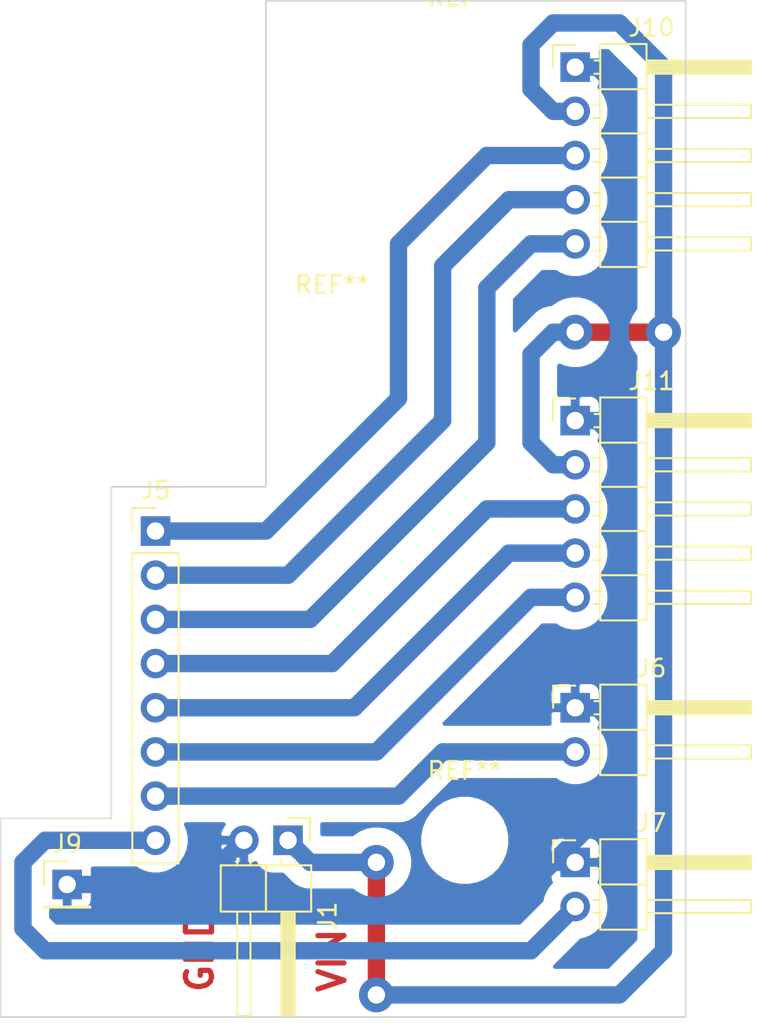
<source format=kicad_pcb>
(kicad_pcb (version 20171130) (host pcbnew "(5.1.6)-1")

  (general
    (thickness 1.6)
    (drawings 10)
    (tracks 76)
    (zones 0)
    (modules 10)
    (nets 11)
  )

  (page A4)
  (layers
    (0 F.Cu jumper)
    (31 B.Cu signal)
    (44 Edge.Cuts user)
    (45 Margin user)
    (46 B.CrtYd user)
    (47 F.CrtYd user)
  )

  (setup
    (last_trace_width 1)
    (user_trace_width 0.5)
    (trace_clearance 0.2)
    (zone_clearance 1)
    (zone_45_only no)
    (trace_min 0.2)
    (via_size 0.8)
    (via_drill 0.4)
    (via_min_size 0.4)
    (via_min_drill 0.3)
    (user_via 2 1)
    (uvia_size 0.3)
    (uvia_drill 0.1)
    (uvias_allowed no)
    (uvia_min_size 0.2)
    (uvia_min_drill 0.1)
    (edge_width 0.05)
    (segment_width 0.2)
    (pcb_text_width 0.3)
    (pcb_text_size 1.5 1.5)
    (mod_edge_width 0.12)
    (mod_text_size 1 1)
    (mod_text_width 0.15)
    (pad_size 1.524 1.524)
    (pad_drill 0.762)
    (pad_to_mask_clearance 0.05)
    (aux_axis_origin 156.21 154.94)
    (visible_elements 7FFFFFFF)
    (pcbplotparams
      (layerselection 0x01000_fffffffe)
      (usegerberextensions false)
      (usegerberattributes true)
      (usegerberadvancedattributes true)
      (creategerberjobfile true)
      (excludeedgelayer true)
      (linewidth 0.100000)
      (plotframeref false)
      (viasonmask false)
      (mode 1)
      (useauxorigin true)
      (hpglpennumber 1)
      (hpglpenspeed 20)
      (hpglpendiameter 15.000000)
      (psnegative false)
      (psa4output false)
      (plotreference true)
      (plotvalue true)
      (plotinvisibletext false)
      (padsonsilk false)
      (subtractmaskfromsilk false)
      (outputformat 1)
      (mirror false)
      (drillshape 0)
      (scaleselection 1)
      (outputdirectory "cam/"))
  )

  (net 0 "")
  (net 1 GND)
  (net 2 +5V)
  (net 3 /PIN_A15)
  (net 4 /PIN_A14)
  (net 5 /PIN_A13)
  (net 6 /PIN_A12)
  (net 7 /PIN_A11)
  (net 8 /PIN_A10)
  (net 9 /PIN_A09)
  (net 10 /PIN_A08)

  (net_class Default "This is the default net class."
    (clearance 0.2)
    (trace_width 1)
    (via_dia 0.8)
    (via_drill 0.4)
    (uvia_dia 0.3)
    (uvia_drill 0.1)
    (add_net +5V)
    (add_net /PIN_A08)
    (add_net /PIN_A09)
    (add_net /PIN_A10)
    (add_net /PIN_A11)
    (add_net /PIN_A12)
    (add_net /PIN_A13)
    (add_net /PIN_A14)
    (add_net /PIN_A15)
    (add_net GND)
  )

  (module MountingHole:MountingHole_3mm (layer F.Cu) (tedit 56D1B4CB) (tstamp 5EE7F1DB)
    (at 175.26 116.84)
    (descr "Mounting Hole 3mm, no annular")
    (tags "mounting hole 3mm no annular")
    (attr virtual)
    (fp_text reference REF** (at 0 -4) (layer F.SilkS)
      (effects (font (size 1 1) (thickness 0.15)))
    )
    (fp_text value MountingHole_3mm (at 0 4) (layer F.Fab)
      (effects (font (size 1 1) (thickness 0.15)))
    )
    (fp_circle (center 0 0) (end 3.25 0) (layer F.CrtYd) (width 0.05))
    (fp_circle (center 0 0) (end 3 0) (layer Cmts.User) (width 0.15))
    (fp_text user %R (at 0.3 0) (layer F.Fab)
      (effects (font (size 1 1) (thickness 0.15)))
    )
    (pad 1 np_thru_hole circle (at 0 0) (size 3 3) (drill 3) (layers *.Cu *.Mask))
  )

  (module MountingHole:MountingHole_3mm (layer F.Cu) (tedit 56D1B4CB) (tstamp 5EE7F1DB)
    (at 182.88 144.78)
    (descr "Mounting Hole 3mm, no annular")
    (tags "mounting hole 3mm no annular")
    (attr virtual)
    (fp_text reference REF** (at 0 -4) (layer F.SilkS)
      (effects (font (size 1 1) (thickness 0.15)))
    )
    (fp_text value MountingHole_3mm (at 0 4) (layer F.Fab)
      (effects (font (size 1 1) (thickness 0.15)))
    )
    (fp_circle (center 0 0) (end 3.25 0) (layer F.CrtYd) (width 0.05))
    (fp_circle (center 0 0) (end 3 0) (layer Cmts.User) (width 0.15))
    (fp_text user %R (at 0.3 0) (layer F.Fab)
      (effects (font (size 1 1) (thickness 0.15)))
    )
    (pad 1 np_thru_hole circle (at 0 0) (size 3 3) (drill 3) (layers *.Cu *.Mask))
  )

  (module MountingHole:MountingHole_3mm (layer F.Cu) (tedit 56D1B4CB) (tstamp 5EE7F1DB)
    (at 182.88 100.33)
    (descr "Mounting Hole 3mm, no annular")
    (tags "mounting hole 3mm no annular")
    (attr virtual)
    (fp_text reference REF** (at 0 -4) (layer F.SilkS)
      (effects (font (size 1 1) (thickness 0.15)))
    )
    (fp_text value MountingHole_3mm (at 0 4) (layer F.Fab)
      (effects (font (size 1 1) (thickness 0.15)))
    )
    (fp_circle (center 0 0) (end 3.25 0) (layer F.CrtYd) (width 0.05))
    (fp_circle (center 0 0) (end 3 0) (layer Cmts.User) (width 0.15))
    (fp_text user %R (at 0.3 0) (layer F.Fab)
      (effects (font (size 1 1) (thickness 0.15)))
    )
    (pad 1 np_thru_hole circle (at 0 0) (size 3 3) (drill 3) (layers *.Cu *.Mask))
  )

  (module Connector_PinHeader_2.54mm:PinHeader_1x05_P2.54mm_Horizontal (layer F.Cu) (tedit 59FED5CB) (tstamp 5EE6B23C)
    (at 189.23 120.65)
    (descr "Through hole angled pin header, 1x05, 2.54mm pitch, 6mm pin length, single row")
    (tags "Through hole angled pin header THT 1x05 2.54mm single row")
    (path /5F0445B9)
    (fp_text reference J11 (at 4.385 -2.27) (layer F.SilkS)
      (effects (font (size 1 1) (thickness 0.15)))
    )
    (fp_text value Conn_01x05_Male (at 4.385 12.43) (layer F.Fab)
      (effects (font (size 1 1) (thickness 0.15)))
    )
    (fp_line (start 2.135 -1.27) (end 4.04 -1.27) (layer F.Fab) (width 0.1))
    (fp_line (start 4.04 -1.27) (end 4.04 11.43) (layer F.Fab) (width 0.1))
    (fp_line (start 4.04 11.43) (end 1.5 11.43) (layer F.Fab) (width 0.1))
    (fp_line (start 1.5 11.43) (end 1.5 -0.635) (layer F.Fab) (width 0.1))
    (fp_line (start 1.5 -0.635) (end 2.135 -1.27) (layer F.Fab) (width 0.1))
    (fp_line (start -0.32 -0.32) (end 1.5 -0.32) (layer F.Fab) (width 0.1))
    (fp_line (start -0.32 -0.32) (end -0.32 0.32) (layer F.Fab) (width 0.1))
    (fp_line (start -0.32 0.32) (end 1.5 0.32) (layer F.Fab) (width 0.1))
    (fp_line (start 4.04 -0.32) (end 10.04 -0.32) (layer F.Fab) (width 0.1))
    (fp_line (start 10.04 -0.32) (end 10.04 0.32) (layer F.Fab) (width 0.1))
    (fp_line (start 4.04 0.32) (end 10.04 0.32) (layer F.Fab) (width 0.1))
    (fp_line (start -0.32 2.22) (end 1.5 2.22) (layer F.Fab) (width 0.1))
    (fp_line (start -0.32 2.22) (end -0.32 2.86) (layer F.Fab) (width 0.1))
    (fp_line (start -0.32 2.86) (end 1.5 2.86) (layer F.Fab) (width 0.1))
    (fp_line (start 4.04 2.22) (end 10.04 2.22) (layer F.Fab) (width 0.1))
    (fp_line (start 10.04 2.22) (end 10.04 2.86) (layer F.Fab) (width 0.1))
    (fp_line (start 4.04 2.86) (end 10.04 2.86) (layer F.Fab) (width 0.1))
    (fp_line (start -0.32 4.76) (end 1.5 4.76) (layer F.Fab) (width 0.1))
    (fp_line (start -0.32 4.76) (end -0.32 5.4) (layer F.Fab) (width 0.1))
    (fp_line (start -0.32 5.4) (end 1.5 5.4) (layer F.Fab) (width 0.1))
    (fp_line (start 4.04 4.76) (end 10.04 4.76) (layer F.Fab) (width 0.1))
    (fp_line (start 10.04 4.76) (end 10.04 5.4) (layer F.Fab) (width 0.1))
    (fp_line (start 4.04 5.4) (end 10.04 5.4) (layer F.Fab) (width 0.1))
    (fp_line (start -0.32 7.3) (end 1.5 7.3) (layer F.Fab) (width 0.1))
    (fp_line (start -0.32 7.3) (end -0.32 7.94) (layer F.Fab) (width 0.1))
    (fp_line (start -0.32 7.94) (end 1.5 7.94) (layer F.Fab) (width 0.1))
    (fp_line (start 4.04 7.3) (end 10.04 7.3) (layer F.Fab) (width 0.1))
    (fp_line (start 10.04 7.3) (end 10.04 7.94) (layer F.Fab) (width 0.1))
    (fp_line (start 4.04 7.94) (end 10.04 7.94) (layer F.Fab) (width 0.1))
    (fp_line (start -0.32 9.84) (end 1.5 9.84) (layer F.Fab) (width 0.1))
    (fp_line (start -0.32 9.84) (end -0.32 10.48) (layer F.Fab) (width 0.1))
    (fp_line (start -0.32 10.48) (end 1.5 10.48) (layer F.Fab) (width 0.1))
    (fp_line (start 4.04 9.84) (end 10.04 9.84) (layer F.Fab) (width 0.1))
    (fp_line (start 10.04 9.84) (end 10.04 10.48) (layer F.Fab) (width 0.1))
    (fp_line (start 4.04 10.48) (end 10.04 10.48) (layer F.Fab) (width 0.1))
    (fp_line (start 1.44 -1.33) (end 1.44 11.49) (layer F.SilkS) (width 0.12))
    (fp_line (start 1.44 11.49) (end 4.1 11.49) (layer F.SilkS) (width 0.12))
    (fp_line (start 4.1 11.49) (end 4.1 -1.33) (layer F.SilkS) (width 0.12))
    (fp_line (start 4.1 -1.33) (end 1.44 -1.33) (layer F.SilkS) (width 0.12))
    (fp_line (start 4.1 -0.38) (end 10.1 -0.38) (layer F.SilkS) (width 0.12))
    (fp_line (start 10.1 -0.38) (end 10.1 0.38) (layer F.SilkS) (width 0.12))
    (fp_line (start 10.1 0.38) (end 4.1 0.38) (layer F.SilkS) (width 0.12))
    (fp_line (start 4.1 -0.32) (end 10.1 -0.32) (layer F.SilkS) (width 0.12))
    (fp_line (start 4.1 -0.2) (end 10.1 -0.2) (layer F.SilkS) (width 0.12))
    (fp_line (start 4.1 -0.08) (end 10.1 -0.08) (layer F.SilkS) (width 0.12))
    (fp_line (start 4.1 0.04) (end 10.1 0.04) (layer F.SilkS) (width 0.12))
    (fp_line (start 4.1 0.16) (end 10.1 0.16) (layer F.SilkS) (width 0.12))
    (fp_line (start 4.1 0.28) (end 10.1 0.28) (layer F.SilkS) (width 0.12))
    (fp_line (start 1.11 -0.38) (end 1.44 -0.38) (layer F.SilkS) (width 0.12))
    (fp_line (start 1.11 0.38) (end 1.44 0.38) (layer F.SilkS) (width 0.12))
    (fp_line (start 1.44 1.27) (end 4.1 1.27) (layer F.SilkS) (width 0.12))
    (fp_line (start 4.1 2.16) (end 10.1 2.16) (layer F.SilkS) (width 0.12))
    (fp_line (start 10.1 2.16) (end 10.1 2.92) (layer F.SilkS) (width 0.12))
    (fp_line (start 10.1 2.92) (end 4.1 2.92) (layer F.SilkS) (width 0.12))
    (fp_line (start 1.042929 2.16) (end 1.44 2.16) (layer F.SilkS) (width 0.12))
    (fp_line (start 1.042929 2.92) (end 1.44 2.92) (layer F.SilkS) (width 0.12))
    (fp_line (start 1.44 3.81) (end 4.1 3.81) (layer F.SilkS) (width 0.12))
    (fp_line (start 4.1 4.7) (end 10.1 4.7) (layer F.SilkS) (width 0.12))
    (fp_line (start 10.1 4.7) (end 10.1 5.46) (layer F.SilkS) (width 0.12))
    (fp_line (start 10.1 5.46) (end 4.1 5.46) (layer F.SilkS) (width 0.12))
    (fp_line (start 1.042929 4.7) (end 1.44 4.7) (layer F.SilkS) (width 0.12))
    (fp_line (start 1.042929 5.46) (end 1.44 5.46) (layer F.SilkS) (width 0.12))
    (fp_line (start 1.44 6.35) (end 4.1 6.35) (layer F.SilkS) (width 0.12))
    (fp_line (start 4.1 7.24) (end 10.1 7.24) (layer F.SilkS) (width 0.12))
    (fp_line (start 10.1 7.24) (end 10.1 8) (layer F.SilkS) (width 0.12))
    (fp_line (start 10.1 8) (end 4.1 8) (layer F.SilkS) (width 0.12))
    (fp_line (start 1.042929 7.24) (end 1.44 7.24) (layer F.SilkS) (width 0.12))
    (fp_line (start 1.042929 8) (end 1.44 8) (layer F.SilkS) (width 0.12))
    (fp_line (start 1.44 8.89) (end 4.1 8.89) (layer F.SilkS) (width 0.12))
    (fp_line (start 4.1 9.78) (end 10.1 9.78) (layer F.SilkS) (width 0.12))
    (fp_line (start 10.1 9.78) (end 10.1 10.54) (layer F.SilkS) (width 0.12))
    (fp_line (start 10.1 10.54) (end 4.1 10.54) (layer F.SilkS) (width 0.12))
    (fp_line (start 1.042929 9.78) (end 1.44 9.78) (layer F.SilkS) (width 0.12))
    (fp_line (start 1.042929 10.54) (end 1.44 10.54) (layer F.SilkS) (width 0.12))
    (fp_line (start -1.27 0) (end -1.27 -1.27) (layer F.SilkS) (width 0.12))
    (fp_line (start -1.27 -1.27) (end 0 -1.27) (layer F.SilkS) (width 0.12))
    (fp_line (start -1.8 -1.8) (end -1.8 11.95) (layer F.CrtYd) (width 0.05))
    (fp_line (start -1.8 11.95) (end 10.55 11.95) (layer F.CrtYd) (width 0.05))
    (fp_line (start 10.55 11.95) (end 10.55 -1.8) (layer F.CrtYd) (width 0.05))
    (fp_line (start 10.55 -1.8) (end -1.8 -1.8) (layer F.CrtYd) (width 0.05))
    (fp_text user %R (at 2.77 5.08 90) (layer F.Fab)
      (effects (font (size 1 1) (thickness 0.15)))
    )
    (pad 5 thru_hole oval (at 0 10.16) (size 1.7 1.7) (drill 1) (layers *.Cu *.Mask)
      (net 5 /PIN_A13))
    (pad 4 thru_hole oval (at 0 7.62) (size 1.7 1.7) (drill 1) (layers *.Cu *.Mask)
      (net 6 /PIN_A12))
    (pad 3 thru_hole oval (at 0 5.08) (size 1.7 1.7) (drill 1) (layers *.Cu *.Mask)
      (net 7 /PIN_A11))
    (pad 2 thru_hole oval (at 0 2.54) (size 1.7 1.7) (drill 1) (layers *.Cu *.Mask)
      (net 2 +5V))
    (pad 1 thru_hole rect (at 0 0) (size 1.7 1.7) (drill 1) (layers *.Cu *.Mask)
      (net 1 GND))
    (model ${KISYS3DMOD}/Connector_PinHeader_2.54mm.3dshapes/PinHeader_1x05_P2.54mm_Horizontal.wrl
      (at (xyz 0 0 0))
      (scale (xyz 1 1 1))
      (rotate (xyz 0 0 0))
    )
  )

  (module Connector_PinHeader_2.54mm:PinHeader_1x05_P2.54mm_Horizontal (layer F.Cu) (tedit 59FED5CB) (tstamp 5EE6B1E2)
    (at 189.23 100.33)
    (descr "Through hole angled pin header, 1x05, 2.54mm pitch, 6mm pin length, single row")
    (tags "Through hole angled pin header THT 1x05 2.54mm single row")
    (path /5EF5FE8F)
    (fp_text reference J10 (at 4.385 -2.27) (layer F.SilkS)
      (effects (font (size 1 1) (thickness 0.15)))
    )
    (fp_text value Conn_01x05_Male (at 4.385 12.43) (layer F.Fab)
      (effects (font (size 1 1) (thickness 0.15)))
    )
    (fp_line (start 2.135 -1.27) (end 4.04 -1.27) (layer F.Fab) (width 0.1))
    (fp_line (start 4.04 -1.27) (end 4.04 11.43) (layer F.Fab) (width 0.1))
    (fp_line (start 4.04 11.43) (end 1.5 11.43) (layer F.Fab) (width 0.1))
    (fp_line (start 1.5 11.43) (end 1.5 -0.635) (layer F.Fab) (width 0.1))
    (fp_line (start 1.5 -0.635) (end 2.135 -1.27) (layer F.Fab) (width 0.1))
    (fp_line (start -0.32 -0.32) (end 1.5 -0.32) (layer F.Fab) (width 0.1))
    (fp_line (start -0.32 -0.32) (end -0.32 0.32) (layer F.Fab) (width 0.1))
    (fp_line (start -0.32 0.32) (end 1.5 0.32) (layer F.Fab) (width 0.1))
    (fp_line (start 4.04 -0.32) (end 10.04 -0.32) (layer F.Fab) (width 0.1))
    (fp_line (start 10.04 -0.32) (end 10.04 0.32) (layer F.Fab) (width 0.1))
    (fp_line (start 4.04 0.32) (end 10.04 0.32) (layer F.Fab) (width 0.1))
    (fp_line (start -0.32 2.22) (end 1.5 2.22) (layer F.Fab) (width 0.1))
    (fp_line (start -0.32 2.22) (end -0.32 2.86) (layer F.Fab) (width 0.1))
    (fp_line (start -0.32 2.86) (end 1.5 2.86) (layer F.Fab) (width 0.1))
    (fp_line (start 4.04 2.22) (end 10.04 2.22) (layer F.Fab) (width 0.1))
    (fp_line (start 10.04 2.22) (end 10.04 2.86) (layer F.Fab) (width 0.1))
    (fp_line (start 4.04 2.86) (end 10.04 2.86) (layer F.Fab) (width 0.1))
    (fp_line (start -0.32 4.76) (end 1.5 4.76) (layer F.Fab) (width 0.1))
    (fp_line (start -0.32 4.76) (end -0.32 5.4) (layer F.Fab) (width 0.1))
    (fp_line (start -0.32 5.4) (end 1.5 5.4) (layer F.Fab) (width 0.1))
    (fp_line (start 4.04 4.76) (end 10.04 4.76) (layer F.Fab) (width 0.1))
    (fp_line (start 10.04 4.76) (end 10.04 5.4) (layer F.Fab) (width 0.1))
    (fp_line (start 4.04 5.4) (end 10.04 5.4) (layer F.Fab) (width 0.1))
    (fp_line (start -0.32 7.3) (end 1.5 7.3) (layer F.Fab) (width 0.1))
    (fp_line (start -0.32 7.3) (end -0.32 7.94) (layer F.Fab) (width 0.1))
    (fp_line (start -0.32 7.94) (end 1.5 7.94) (layer F.Fab) (width 0.1))
    (fp_line (start 4.04 7.3) (end 10.04 7.3) (layer F.Fab) (width 0.1))
    (fp_line (start 10.04 7.3) (end 10.04 7.94) (layer F.Fab) (width 0.1))
    (fp_line (start 4.04 7.94) (end 10.04 7.94) (layer F.Fab) (width 0.1))
    (fp_line (start -0.32 9.84) (end 1.5 9.84) (layer F.Fab) (width 0.1))
    (fp_line (start -0.32 9.84) (end -0.32 10.48) (layer F.Fab) (width 0.1))
    (fp_line (start -0.32 10.48) (end 1.5 10.48) (layer F.Fab) (width 0.1))
    (fp_line (start 4.04 9.84) (end 10.04 9.84) (layer F.Fab) (width 0.1))
    (fp_line (start 10.04 9.84) (end 10.04 10.48) (layer F.Fab) (width 0.1))
    (fp_line (start 4.04 10.48) (end 10.04 10.48) (layer F.Fab) (width 0.1))
    (fp_line (start 1.44 -1.33) (end 1.44 11.49) (layer F.SilkS) (width 0.12))
    (fp_line (start 1.44 11.49) (end 4.1 11.49) (layer F.SilkS) (width 0.12))
    (fp_line (start 4.1 11.49) (end 4.1 -1.33) (layer F.SilkS) (width 0.12))
    (fp_line (start 4.1 -1.33) (end 1.44 -1.33) (layer F.SilkS) (width 0.12))
    (fp_line (start 4.1 -0.38) (end 10.1 -0.38) (layer F.SilkS) (width 0.12))
    (fp_line (start 10.1 -0.38) (end 10.1 0.38) (layer F.SilkS) (width 0.12))
    (fp_line (start 10.1 0.38) (end 4.1 0.38) (layer F.SilkS) (width 0.12))
    (fp_line (start 4.1 -0.32) (end 10.1 -0.32) (layer F.SilkS) (width 0.12))
    (fp_line (start 4.1 -0.2) (end 10.1 -0.2) (layer F.SilkS) (width 0.12))
    (fp_line (start 4.1 -0.08) (end 10.1 -0.08) (layer F.SilkS) (width 0.12))
    (fp_line (start 4.1 0.04) (end 10.1 0.04) (layer F.SilkS) (width 0.12))
    (fp_line (start 4.1 0.16) (end 10.1 0.16) (layer F.SilkS) (width 0.12))
    (fp_line (start 4.1 0.28) (end 10.1 0.28) (layer F.SilkS) (width 0.12))
    (fp_line (start 1.11 -0.38) (end 1.44 -0.38) (layer F.SilkS) (width 0.12))
    (fp_line (start 1.11 0.38) (end 1.44 0.38) (layer F.SilkS) (width 0.12))
    (fp_line (start 1.44 1.27) (end 4.1 1.27) (layer F.SilkS) (width 0.12))
    (fp_line (start 4.1 2.16) (end 10.1 2.16) (layer F.SilkS) (width 0.12))
    (fp_line (start 10.1 2.16) (end 10.1 2.92) (layer F.SilkS) (width 0.12))
    (fp_line (start 10.1 2.92) (end 4.1 2.92) (layer F.SilkS) (width 0.12))
    (fp_line (start 1.042929 2.16) (end 1.44 2.16) (layer F.SilkS) (width 0.12))
    (fp_line (start 1.042929 2.92) (end 1.44 2.92) (layer F.SilkS) (width 0.12))
    (fp_line (start 1.44 3.81) (end 4.1 3.81) (layer F.SilkS) (width 0.12))
    (fp_line (start 4.1 4.7) (end 10.1 4.7) (layer F.SilkS) (width 0.12))
    (fp_line (start 10.1 4.7) (end 10.1 5.46) (layer F.SilkS) (width 0.12))
    (fp_line (start 10.1 5.46) (end 4.1 5.46) (layer F.SilkS) (width 0.12))
    (fp_line (start 1.042929 4.7) (end 1.44 4.7) (layer F.SilkS) (width 0.12))
    (fp_line (start 1.042929 5.46) (end 1.44 5.46) (layer F.SilkS) (width 0.12))
    (fp_line (start 1.44 6.35) (end 4.1 6.35) (layer F.SilkS) (width 0.12))
    (fp_line (start 4.1 7.24) (end 10.1 7.24) (layer F.SilkS) (width 0.12))
    (fp_line (start 10.1 7.24) (end 10.1 8) (layer F.SilkS) (width 0.12))
    (fp_line (start 10.1 8) (end 4.1 8) (layer F.SilkS) (width 0.12))
    (fp_line (start 1.042929 7.24) (end 1.44 7.24) (layer F.SilkS) (width 0.12))
    (fp_line (start 1.042929 8) (end 1.44 8) (layer F.SilkS) (width 0.12))
    (fp_line (start 1.44 8.89) (end 4.1 8.89) (layer F.SilkS) (width 0.12))
    (fp_line (start 4.1 9.78) (end 10.1 9.78) (layer F.SilkS) (width 0.12))
    (fp_line (start 10.1 9.78) (end 10.1 10.54) (layer F.SilkS) (width 0.12))
    (fp_line (start 10.1 10.54) (end 4.1 10.54) (layer F.SilkS) (width 0.12))
    (fp_line (start 1.042929 9.78) (end 1.44 9.78) (layer F.SilkS) (width 0.12))
    (fp_line (start 1.042929 10.54) (end 1.44 10.54) (layer F.SilkS) (width 0.12))
    (fp_line (start -1.27 0) (end -1.27 -1.27) (layer F.SilkS) (width 0.12))
    (fp_line (start -1.27 -1.27) (end 0 -1.27) (layer F.SilkS) (width 0.12))
    (fp_line (start -1.8 -1.8) (end -1.8 11.95) (layer F.CrtYd) (width 0.05))
    (fp_line (start -1.8 11.95) (end 10.55 11.95) (layer F.CrtYd) (width 0.05))
    (fp_line (start 10.55 11.95) (end 10.55 -1.8) (layer F.CrtYd) (width 0.05))
    (fp_line (start 10.55 -1.8) (end -1.8 -1.8) (layer F.CrtYd) (width 0.05))
    (fp_text user %R (at 2.77 5.08 90) (layer F.Fab)
      (effects (font (size 1 1) (thickness 0.15)))
    )
    (pad 5 thru_hole oval (at 0 10.16) (size 1.7 1.7) (drill 1) (layers *.Cu *.Mask)
      (net 8 /PIN_A10))
    (pad 4 thru_hole oval (at 0 7.62) (size 1.7 1.7) (drill 1) (layers *.Cu *.Mask)
      (net 9 /PIN_A09))
    (pad 3 thru_hole oval (at 0 5.08) (size 1.7 1.7) (drill 1) (layers *.Cu *.Mask)
      (net 10 /PIN_A08))
    (pad 2 thru_hole oval (at 0 2.54) (size 1.7 1.7) (drill 1) (layers *.Cu *.Mask)
      (net 2 +5V))
    (pad 1 thru_hole rect (at 0 0) (size 1.7 1.7) (drill 1) (layers *.Cu *.Mask)
      (net 1 GND))
    (model ${KISYS3DMOD}/Connector_PinHeader_2.54mm.3dshapes/PinHeader_1x05_P2.54mm_Horizontal.wrl
      (at (xyz 0 0 0))
      (scale (xyz 1 1 1))
      (rotate (xyz 0 0 0))
    )
  )

  (module Connector_PinHeader_2.54mm:PinHeader_1x01_P2.54mm_Vertical (layer F.Cu) (tedit 59FED5CC) (tstamp 5EE6B188)
    (at 160.02 147.32)
    (descr "Through hole straight pin header, 1x01, 2.54mm pitch, single row")
    (tags "Through hole pin header THT 1x01 2.54mm single row")
    (path /5EE7F666)
    (fp_text reference J9 (at 0 -2.33) (layer F.SilkS)
      (effects (font (size 1 1) (thickness 0.15)))
    )
    (fp_text value Conn_01x01_Male (at 0 2.33) (layer F.Fab)
      (effects (font (size 1 1) (thickness 0.15)))
    )
    (fp_line (start -0.635 -1.27) (end 1.27 -1.27) (layer F.Fab) (width 0.1))
    (fp_line (start 1.27 -1.27) (end 1.27 1.27) (layer F.Fab) (width 0.1))
    (fp_line (start 1.27 1.27) (end -1.27 1.27) (layer F.Fab) (width 0.1))
    (fp_line (start -1.27 1.27) (end -1.27 -0.635) (layer F.Fab) (width 0.1))
    (fp_line (start -1.27 -0.635) (end -0.635 -1.27) (layer F.Fab) (width 0.1))
    (fp_line (start -1.33 1.33) (end 1.33 1.33) (layer F.SilkS) (width 0.12))
    (fp_line (start -1.33 1.27) (end -1.33 1.33) (layer F.SilkS) (width 0.12))
    (fp_line (start 1.33 1.27) (end 1.33 1.33) (layer F.SilkS) (width 0.12))
    (fp_line (start -1.33 1.27) (end 1.33 1.27) (layer F.SilkS) (width 0.12))
    (fp_line (start -1.33 0) (end -1.33 -1.33) (layer F.SilkS) (width 0.12))
    (fp_line (start -1.33 -1.33) (end 0 -1.33) (layer F.SilkS) (width 0.12))
    (fp_line (start -1.8 -1.8) (end -1.8 1.8) (layer F.CrtYd) (width 0.05))
    (fp_line (start -1.8 1.8) (end 1.8 1.8) (layer F.CrtYd) (width 0.05))
    (fp_line (start 1.8 1.8) (end 1.8 -1.8) (layer F.CrtYd) (width 0.05))
    (fp_line (start 1.8 -1.8) (end -1.8 -1.8) (layer F.CrtYd) (width 0.05))
    (fp_text user %R (at 0 0 90) (layer F.Fab)
      (effects (font (size 1 1) (thickness 0.15)))
    )
    (pad 1 thru_hole rect (at 0 0) (size 1.7 1.7) (drill 1) (layers *.Cu *.Mask)
      (net 1 GND))
    (model ${KISYS3DMOD}/Connector_PinHeader_2.54mm.3dshapes/PinHeader_1x01_P2.54mm_Vertical.wrl
      (at (xyz 0 0 0))
      (scale (xyz 1 1 1))
      (rotate (xyz 0 0 0))
    )
  )

  (module Connector_PinHeader_2.54mm:PinHeader_1x02_P2.54mm_Horizontal (layer F.Cu) (tedit 59FED5CB) (tstamp 5EE6B15E)
    (at 189.23 146.05)
    (descr "Through hole angled pin header, 1x02, 2.54mm pitch, 6mm pin length, single row")
    (tags "Through hole angled pin header THT 1x02 2.54mm single row")
    (path /5EFE3E90)
    (fp_text reference J7 (at 4.385 -2.27) (layer F.SilkS)
      (effects (font (size 1 1) (thickness 0.15)))
    )
    (fp_text value Conn_01x02_Male (at 4.385 4.81) (layer F.Fab)
      (effects (font (size 1 1) (thickness 0.15)))
    )
    (fp_line (start 2.135 -1.27) (end 4.04 -1.27) (layer F.Fab) (width 0.1))
    (fp_line (start 4.04 -1.27) (end 4.04 3.81) (layer F.Fab) (width 0.1))
    (fp_line (start 4.04 3.81) (end 1.5 3.81) (layer F.Fab) (width 0.1))
    (fp_line (start 1.5 3.81) (end 1.5 -0.635) (layer F.Fab) (width 0.1))
    (fp_line (start 1.5 -0.635) (end 2.135 -1.27) (layer F.Fab) (width 0.1))
    (fp_line (start -0.32 -0.32) (end 1.5 -0.32) (layer F.Fab) (width 0.1))
    (fp_line (start -0.32 -0.32) (end -0.32 0.32) (layer F.Fab) (width 0.1))
    (fp_line (start -0.32 0.32) (end 1.5 0.32) (layer F.Fab) (width 0.1))
    (fp_line (start 4.04 -0.32) (end 10.04 -0.32) (layer F.Fab) (width 0.1))
    (fp_line (start 10.04 -0.32) (end 10.04 0.32) (layer F.Fab) (width 0.1))
    (fp_line (start 4.04 0.32) (end 10.04 0.32) (layer F.Fab) (width 0.1))
    (fp_line (start -0.32 2.22) (end 1.5 2.22) (layer F.Fab) (width 0.1))
    (fp_line (start -0.32 2.22) (end -0.32 2.86) (layer F.Fab) (width 0.1))
    (fp_line (start -0.32 2.86) (end 1.5 2.86) (layer F.Fab) (width 0.1))
    (fp_line (start 4.04 2.22) (end 10.04 2.22) (layer F.Fab) (width 0.1))
    (fp_line (start 10.04 2.22) (end 10.04 2.86) (layer F.Fab) (width 0.1))
    (fp_line (start 4.04 2.86) (end 10.04 2.86) (layer F.Fab) (width 0.1))
    (fp_line (start 1.44 -1.33) (end 1.44 3.87) (layer F.SilkS) (width 0.12))
    (fp_line (start 1.44 3.87) (end 4.1 3.87) (layer F.SilkS) (width 0.12))
    (fp_line (start 4.1 3.87) (end 4.1 -1.33) (layer F.SilkS) (width 0.12))
    (fp_line (start 4.1 -1.33) (end 1.44 -1.33) (layer F.SilkS) (width 0.12))
    (fp_line (start 4.1 -0.38) (end 10.1 -0.38) (layer F.SilkS) (width 0.12))
    (fp_line (start 10.1 -0.38) (end 10.1 0.38) (layer F.SilkS) (width 0.12))
    (fp_line (start 10.1 0.38) (end 4.1 0.38) (layer F.SilkS) (width 0.12))
    (fp_line (start 4.1 -0.32) (end 10.1 -0.32) (layer F.SilkS) (width 0.12))
    (fp_line (start 4.1 -0.2) (end 10.1 -0.2) (layer F.SilkS) (width 0.12))
    (fp_line (start 4.1 -0.08) (end 10.1 -0.08) (layer F.SilkS) (width 0.12))
    (fp_line (start 4.1 0.04) (end 10.1 0.04) (layer F.SilkS) (width 0.12))
    (fp_line (start 4.1 0.16) (end 10.1 0.16) (layer F.SilkS) (width 0.12))
    (fp_line (start 4.1 0.28) (end 10.1 0.28) (layer F.SilkS) (width 0.12))
    (fp_line (start 1.11 -0.38) (end 1.44 -0.38) (layer F.SilkS) (width 0.12))
    (fp_line (start 1.11 0.38) (end 1.44 0.38) (layer F.SilkS) (width 0.12))
    (fp_line (start 1.44 1.27) (end 4.1 1.27) (layer F.SilkS) (width 0.12))
    (fp_line (start 4.1 2.16) (end 10.1 2.16) (layer F.SilkS) (width 0.12))
    (fp_line (start 10.1 2.16) (end 10.1 2.92) (layer F.SilkS) (width 0.12))
    (fp_line (start 10.1 2.92) (end 4.1 2.92) (layer F.SilkS) (width 0.12))
    (fp_line (start 1.042929 2.16) (end 1.44 2.16) (layer F.SilkS) (width 0.12))
    (fp_line (start 1.042929 2.92) (end 1.44 2.92) (layer F.SilkS) (width 0.12))
    (fp_line (start -1.27 0) (end -1.27 -1.27) (layer F.SilkS) (width 0.12))
    (fp_line (start -1.27 -1.27) (end 0 -1.27) (layer F.SilkS) (width 0.12))
    (fp_line (start -1.8 -1.8) (end -1.8 4.35) (layer F.CrtYd) (width 0.05))
    (fp_line (start -1.8 4.35) (end 10.55 4.35) (layer F.CrtYd) (width 0.05))
    (fp_line (start 10.55 4.35) (end 10.55 -1.8) (layer F.CrtYd) (width 0.05))
    (fp_line (start 10.55 -1.8) (end -1.8 -1.8) (layer F.CrtYd) (width 0.05))
    (fp_text user %R (at 2.77 1.27 90) (layer F.Fab)
      (effects (font (size 1 1) (thickness 0.15)))
    )
    (pad 2 thru_hole oval (at 0 2.54) (size 1.7 1.7) (drill 1) (layers *.Cu *.Mask)
      (net 3 /PIN_A15))
    (pad 1 thru_hole rect (at 0 0) (size 1.7 1.7) (drill 1) (layers *.Cu *.Mask)
      (net 1 GND))
    (model ${KISYS3DMOD}/Connector_PinHeader_2.54mm.3dshapes/PinHeader_1x02_P2.54mm_Horizontal.wrl
      (at (xyz 0 0 0))
      (scale (xyz 1 1 1))
      (rotate (xyz 0 0 0))
    )
  )

  (module Connector_PinHeader_2.54mm:PinHeader_1x02_P2.54mm_Horizontal (layer F.Cu) (tedit 59FED5CB) (tstamp 5EE6B12B)
    (at 189.23 137.16)
    (descr "Through hole angled pin header, 1x02, 2.54mm pitch, 6mm pin length, single row")
    (tags "Through hole angled pin header THT 1x02 2.54mm single row")
    (path /5EFE6EBA)
    (fp_text reference J6 (at 4.385 -2.27) (layer F.SilkS)
      (effects (font (size 1 1) (thickness 0.15)))
    )
    (fp_text value Conn_01x02_Male (at 4.385 4.81) (layer F.Fab)
      (effects (font (size 1 1) (thickness 0.15)))
    )
    (fp_line (start 2.135 -1.27) (end 4.04 -1.27) (layer F.Fab) (width 0.1))
    (fp_line (start 4.04 -1.27) (end 4.04 3.81) (layer F.Fab) (width 0.1))
    (fp_line (start 4.04 3.81) (end 1.5 3.81) (layer F.Fab) (width 0.1))
    (fp_line (start 1.5 3.81) (end 1.5 -0.635) (layer F.Fab) (width 0.1))
    (fp_line (start 1.5 -0.635) (end 2.135 -1.27) (layer F.Fab) (width 0.1))
    (fp_line (start -0.32 -0.32) (end 1.5 -0.32) (layer F.Fab) (width 0.1))
    (fp_line (start -0.32 -0.32) (end -0.32 0.32) (layer F.Fab) (width 0.1))
    (fp_line (start -0.32 0.32) (end 1.5 0.32) (layer F.Fab) (width 0.1))
    (fp_line (start 4.04 -0.32) (end 10.04 -0.32) (layer F.Fab) (width 0.1))
    (fp_line (start 10.04 -0.32) (end 10.04 0.32) (layer F.Fab) (width 0.1))
    (fp_line (start 4.04 0.32) (end 10.04 0.32) (layer F.Fab) (width 0.1))
    (fp_line (start -0.32 2.22) (end 1.5 2.22) (layer F.Fab) (width 0.1))
    (fp_line (start -0.32 2.22) (end -0.32 2.86) (layer F.Fab) (width 0.1))
    (fp_line (start -0.32 2.86) (end 1.5 2.86) (layer F.Fab) (width 0.1))
    (fp_line (start 4.04 2.22) (end 10.04 2.22) (layer F.Fab) (width 0.1))
    (fp_line (start 10.04 2.22) (end 10.04 2.86) (layer F.Fab) (width 0.1))
    (fp_line (start 4.04 2.86) (end 10.04 2.86) (layer F.Fab) (width 0.1))
    (fp_line (start 1.44 -1.33) (end 1.44 3.87) (layer F.SilkS) (width 0.12))
    (fp_line (start 1.44 3.87) (end 4.1 3.87) (layer F.SilkS) (width 0.12))
    (fp_line (start 4.1 3.87) (end 4.1 -1.33) (layer F.SilkS) (width 0.12))
    (fp_line (start 4.1 -1.33) (end 1.44 -1.33) (layer F.SilkS) (width 0.12))
    (fp_line (start 4.1 -0.38) (end 10.1 -0.38) (layer F.SilkS) (width 0.12))
    (fp_line (start 10.1 -0.38) (end 10.1 0.38) (layer F.SilkS) (width 0.12))
    (fp_line (start 10.1 0.38) (end 4.1 0.38) (layer F.SilkS) (width 0.12))
    (fp_line (start 4.1 -0.32) (end 10.1 -0.32) (layer F.SilkS) (width 0.12))
    (fp_line (start 4.1 -0.2) (end 10.1 -0.2) (layer F.SilkS) (width 0.12))
    (fp_line (start 4.1 -0.08) (end 10.1 -0.08) (layer F.SilkS) (width 0.12))
    (fp_line (start 4.1 0.04) (end 10.1 0.04) (layer F.SilkS) (width 0.12))
    (fp_line (start 4.1 0.16) (end 10.1 0.16) (layer F.SilkS) (width 0.12))
    (fp_line (start 4.1 0.28) (end 10.1 0.28) (layer F.SilkS) (width 0.12))
    (fp_line (start 1.11 -0.38) (end 1.44 -0.38) (layer F.SilkS) (width 0.12))
    (fp_line (start 1.11 0.38) (end 1.44 0.38) (layer F.SilkS) (width 0.12))
    (fp_line (start 1.44 1.27) (end 4.1 1.27) (layer F.SilkS) (width 0.12))
    (fp_line (start 4.1 2.16) (end 10.1 2.16) (layer F.SilkS) (width 0.12))
    (fp_line (start 10.1 2.16) (end 10.1 2.92) (layer F.SilkS) (width 0.12))
    (fp_line (start 10.1 2.92) (end 4.1 2.92) (layer F.SilkS) (width 0.12))
    (fp_line (start 1.042929 2.16) (end 1.44 2.16) (layer F.SilkS) (width 0.12))
    (fp_line (start 1.042929 2.92) (end 1.44 2.92) (layer F.SilkS) (width 0.12))
    (fp_line (start -1.27 0) (end -1.27 -1.27) (layer F.SilkS) (width 0.12))
    (fp_line (start -1.27 -1.27) (end 0 -1.27) (layer F.SilkS) (width 0.12))
    (fp_line (start -1.8 -1.8) (end -1.8 4.35) (layer F.CrtYd) (width 0.05))
    (fp_line (start -1.8 4.35) (end 10.55 4.35) (layer F.CrtYd) (width 0.05))
    (fp_line (start 10.55 4.35) (end 10.55 -1.8) (layer F.CrtYd) (width 0.05))
    (fp_line (start 10.55 -1.8) (end -1.8 -1.8) (layer F.CrtYd) (width 0.05))
    (fp_text user %R (at 2.77 1.27 90) (layer F.Fab)
      (effects (font (size 1 1) (thickness 0.15)))
    )
    (pad 2 thru_hole oval (at 0 2.54) (size 1.7 1.7) (drill 1) (layers *.Cu *.Mask)
      (net 4 /PIN_A14))
    (pad 1 thru_hole rect (at 0 0) (size 1.7 1.7) (drill 1) (layers *.Cu *.Mask)
      (net 1 GND))
    (model ${KISYS3DMOD}/Connector_PinHeader_2.54mm.3dshapes/PinHeader_1x02_P2.54mm_Horizontal.wrl
      (at (xyz 0 0 0))
      (scale (xyz 1 1 1))
      (rotate (xyz 0 0 0))
    )
  )

  (module Connector_PinHeader_2.54mm:PinHeader_1x08_P2.54mm_Vertical (layer F.Cu) (tedit 59FED5CC) (tstamp 5EE6B0F8)
    (at 165.1 127)
    (descr "Through hole straight pin header, 1x08, 2.54mm pitch, single row")
    (tags "Through hole pin header THT 1x08 2.54mm single row")
    (path /5EDF162C)
    (fp_text reference J5 (at 0 -2.33) (layer F.SilkS)
      (effects (font (size 1 1) (thickness 0.15)))
    )
    (fp_text value Conn_01x08_Male (at 0 20.11) (layer F.Fab)
      (effects (font (size 1 1) (thickness 0.15)))
    )
    (fp_line (start -0.635 -1.27) (end 1.27 -1.27) (layer F.Fab) (width 0.1))
    (fp_line (start 1.27 -1.27) (end 1.27 19.05) (layer F.Fab) (width 0.1))
    (fp_line (start 1.27 19.05) (end -1.27 19.05) (layer F.Fab) (width 0.1))
    (fp_line (start -1.27 19.05) (end -1.27 -0.635) (layer F.Fab) (width 0.1))
    (fp_line (start -1.27 -0.635) (end -0.635 -1.27) (layer F.Fab) (width 0.1))
    (fp_line (start -1.33 19.11) (end 1.33 19.11) (layer F.SilkS) (width 0.12))
    (fp_line (start -1.33 1.27) (end -1.33 19.11) (layer F.SilkS) (width 0.12))
    (fp_line (start 1.33 1.27) (end 1.33 19.11) (layer F.SilkS) (width 0.12))
    (fp_line (start -1.33 1.27) (end 1.33 1.27) (layer F.SilkS) (width 0.12))
    (fp_line (start -1.33 0) (end -1.33 -1.33) (layer F.SilkS) (width 0.12))
    (fp_line (start -1.33 -1.33) (end 0 -1.33) (layer F.SilkS) (width 0.12))
    (fp_line (start -1.8 -1.8) (end -1.8 19.55) (layer F.CrtYd) (width 0.05))
    (fp_line (start -1.8 19.55) (end 1.8 19.55) (layer F.CrtYd) (width 0.05))
    (fp_line (start 1.8 19.55) (end 1.8 -1.8) (layer F.CrtYd) (width 0.05))
    (fp_line (start 1.8 -1.8) (end -1.8 -1.8) (layer F.CrtYd) (width 0.05))
    (fp_text user %R (at 0 8.89 90) (layer F.Fab)
      (effects (font (size 1 1) (thickness 0.15)))
    )
    (pad 8 thru_hole oval (at 0 17.78) (size 1.7 1.7) (drill 1) (layers *.Cu *.Mask)
      (net 3 /PIN_A15))
    (pad 7 thru_hole oval (at 0 15.24) (size 1.7 1.7) (drill 1) (layers *.Cu *.Mask)
      (net 4 /PIN_A14))
    (pad 6 thru_hole oval (at 0 12.7) (size 1.7 1.7) (drill 1) (layers *.Cu *.Mask)
      (net 5 /PIN_A13))
    (pad 5 thru_hole oval (at 0 10.16) (size 1.7 1.7) (drill 1) (layers *.Cu *.Mask)
      (net 6 /PIN_A12))
    (pad 4 thru_hole oval (at 0 7.62) (size 1.7 1.7) (drill 1) (layers *.Cu *.Mask)
      (net 7 /PIN_A11))
    (pad 3 thru_hole oval (at 0 5.08) (size 1.7 1.7) (drill 1) (layers *.Cu *.Mask)
      (net 8 /PIN_A10))
    (pad 2 thru_hole oval (at 0 2.54) (size 1.7 1.7) (drill 1) (layers *.Cu *.Mask)
      (net 9 /PIN_A09))
    (pad 1 thru_hole rect (at 0 0) (size 1.7 1.7) (drill 1) (layers *.Cu *.Mask)
      (net 10 /PIN_A08))
    (model ${KISYS3DMOD}/Connector_PinHeader_2.54mm.3dshapes/PinHeader_1x08_P2.54mm_Vertical.wrl
      (at (xyz 0 0 0))
      (scale (xyz 1 1 1))
      (rotate (xyz 0 0 0))
    )
  )

  (module Connector_PinHeader_2.54mm:PinHeader_1x02_P2.54mm_Horizontal (layer F.Cu) (tedit 59FED5CB) (tstamp 5FE78ACE)
    (at 172.72 144.78 270)
    (descr "Through hole angled pin header, 1x02, 2.54mm pitch, 6mm pin length, single row")
    (tags "Through hole angled pin header THT 1x02 2.54mm single row")
    (path /5FEB5288)
    (fp_text reference J1 (at 4.385 -2.27 90) (layer F.SilkS)
      (effects (font (size 1 1) (thickness 0.15)))
    )
    (fp_text value Conn_01x02_Male (at 4.385 4.81 90) (layer F.Fab)
      (effects (font (size 1 1) (thickness 0.15)))
    )
    (fp_line (start 2.135 -1.27) (end 4.04 -1.27) (layer F.Fab) (width 0.1))
    (fp_line (start 4.04 -1.27) (end 4.04 3.81) (layer F.Fab) (width 0.1))
    (fp_line (start 4.04 3.81) (end 1.5 3.81) (layer F.Fab) (width 0.1))
    (fp_line (start 1.5 3.81) (end 1.5 -0.635) (layer F.Fab) (width 0.1))
    (fp_line (start 1.5 -0.635) (end 2.135 -1.27) (layer F.Fab) (width 0.1))
    (fp_line (start -0.32 -0.32) (end 1.5 -0.32) (layer F.Fab) (width 0.1))
    (fp_line (start -0.32 -0.32) (end -0.32 0.32) (layer F.Fab) (width 0.1))
    (fp_line (start -0.32 0.32) (end 1.5 0.32) (layer F.Fab) (width 0.1))
    (fp_line (start 4.04 -0.32) (end 10.04 -0.32) (layer F.Fab) (width 0.1))
    (fp_line (start 10.04 -0.32) (end 10.04 0.32) (layer F.Fab) (width 0.1))
    (fp_line (start 4.04 0.32) (end 10.04 0.32) (layer F.Fab) (width 0.1))
    (fp_line (start -0.32 2.22) (end 1.5 2.22) (layer F.Fab) (width 0.1))
    (fp_line (start -0.32 2.22) (end -0.32 2.86) (layer F.Fab) (width 0.1))
    (fp_line (start -0.32 2.86) (end 1.5 2.86) (layer F.Fab) (width 0.1))
    (fp_line (start 4.04 2.22) (end 10.04 2.22) (layer F.Fab) (width 0.1))
    (fp_line (start 10.04 2.22) (end 10.04 2.86) (layer F.Fab) (width 0.1))
    (fp_line (start 4.04 2.86) (end 10.04 2.86) (layer F.Fab) (width 0.1))
    (fp_line (start 1.44 -1.33) (end 1.44 3.87) (layer F.SilkS) (width 0.12))
    (fp_line (start 1.44 3.87) (end 4.1 3.87) (layer F.SilkS) (width 0.12))
    (fp_line (start 4.1 3.87) (end 4.1 -1.33) (layer F.SilkS) (width 0.12))
    (fp_line (start 4.1 -1.33) (end 1.44 -1.33) (layer F.SilkS) (width 0.12))
    (fp_line (start 4.1 -0.38) (end 10.1 -0.38) (layer F.SilkS) (width 0.12))
    (fp_line (start 10.1 -0.38) (end 10.1 0.38) (layer F.SilkS) (width 0.12))
    (fp_line (start 10.1 0.38) (end 4.1 0.38) (layer F.SilkS) (width 0.12))
    (fp_line (start 4.1 -0.32) (end 10.1 -0.32) (layer F.SilkS) (width 0.12))
    (fp_line (start 4.1 -0.2) (end 10.1 -0.2) (layer F.SilkS) (width 0.12))
    (fp_line (start 4.1 -0.08) (end 10.1 -0.08) (layer F.SilkS) (width 0.12))
    (fp_line (start 4.1 0.04) (end 10.1 0.04) (layer F.SilkS) (width 0.12))
    (fp_line (start 4.1 0.16) (end 10.1 0.16) (layer F.SilkS) (width 0.12))
    (fp_line (start 4.1 0.28) (end 10.1 0.28) (layer F.SilkS) (width 0.12))
    (fp_line (start 1.11 -0.38) (end 1.44 -0.38) (layer F.SilkS) (width 0.12))
    (fp_line (start 1.11 0.38) (end 1.44 0.38) (layer F.SilkS) (width 0.12))
    (fp_line (start 1.44 1.27) (end 4.1 1.27) (layer F.SilkS) (width 0.12))
    (fp_line (start 4.1 2.16) (end 10.1 2.16) (layer F.SilkS) (width 0.12))
    (fp_line (start 10.1 2.16) (end 10.1 2.92) (layer F.SilkS) (width 0.12))
    (fp_line (start 10.1 2.92) (end 4.1 2.92) (layer F.SilkS) (width 0.12))
    (fp_line (start 1.042929 2.16) (end 1.44 2.16) (layer F.SilkS) (width 0.12))
    (fp_line (start 1.042929 2.92) (end 1.44 2.92) (layer F.SilkS) (width 0.12))
    (fp_line (start -1.27 0) (end -1.27 -1.27) (layer F.SilkS) (width 0.12))
    (fp_line (start -1.27 -1.27) (end 0 -1.27) (layer F.SilkS) (width 0.12))
    (fp_line (start -1.8 -1.8) (end -1.8 4.35) (layer F.CrtYd) (width 0.05))
    (fp_line (start -1.8 4.35) (end 10.55 4.35) (layer F.CrtYd) (width 0.05))
    (fp_line (start 10.55 4.35) (end 10.55 -1.8) (layer F.CrtYd) (width 0.05))
    (fp_line (start 10.55 -1.8) (end -1.8 -1.8) (layer F.CrtYd) (width 0.05))
    (fp_text user %R (at 2.77 1.27) (layer F.Fab)
      (effects (font (size 1 1) (thickness 0.15)))
    )
    (pad 1 thru_hole rect (at 0 0 270) (size 1.7 1.7) (drill 1) (layers *.Cu *.Mask)
      (net 2 +5V))
    (pad 2 thru_hole oval (at 0 2.54 270) (size 1.7 1.7) (drill 1) (layers *.Cu *.Mask)
      (net 1 GND))
    (model ${KISYS3DMOD}/Connector_PinHeader_2.54mm.3dshapes/PinHeader_1x02_P2.54mm_Horizontal.wrl
      (at (xyz 0 0 0))
      (scale (xyz 1 1 1))
      (rotate (xyz 0 0 0))
    )
  )

  (gr_text VIN (at 175.26 153.67 90) (layer F.Cu)
    (effects (font (size 1.5 1.5) (thickness 0.3)) (justify left))
  )
  (gr_text GND (at 167.64 153.67 90) (layer F.Cu)
    (effects (font (size 1.5 1.5) (thickness 0.3)) (justify left))
  )
  (gr_line (start 156.21 143.51) (end 156.21 154.94) (layer Edge.Cuts) (width 0.05))
  (gr_line (start 162.56 143.51) (end 156.21 143.51) (layer Edge.Cuts) (width 0.05))
  (gr_line (start 195.58 154.94) (end 156.21 154.94) (layer Edge.Cuts) (width 0.1) (tstamp 5FE783B2))
  (gr_line (start 195.58 96.52) (end 195.58 154.94) (layer Edge.Cuts) (width 0.1))
  (gr_line (start 171.45 96.52) (end 195.58 96.52) (layer Edge.Cuts) (width 0.1))
  (gr_line (start 171.45 124.46) (end 171.45 96.52) (layer Edge.Cuts) (width 0.1))
  (gr_line (start 162.56 124.46) (end 171.45 124.46) (layer Edge.Cuts) (width 0.1))
  (gr_line (start 162.56 143.51) (end 162.56 124.46) (layer Edge.Cuts) (width 0.1))

  (segment (start 190.5 137.16) (end 189.23 137.16) (width 1) (layer B.Cu) (net 1))
  (segment (start 191.77 138.43) (end 190.5 137.16) (width 1) (layer B.Cu) (net 1))
  (segment (start 190.5 120.65) (end 189.23 120.65) (width 1) (layer B.Cu) (net 1))
  (segment (start 191.77 121.92) (end 190.5 120.65) (width 1) (layer B.Cu) (net 1))
  (segment (start 160.02 147.32) (end 167.64 147.32) (width 1) (layer B.Cu) (net 1))
  (segment (start 168.91 148.59) (end 185.42 148.59) (width 1) (layer B.Cu) (net 1))
  (segment (start 167.64 147.32) (end 168.91 148.59) (width 1) (layer B.Cu) (net 1))
  (segment (start 191.77 101.6) (end 190.5 100.33) (width 1) (layer B.Cu) (net 1))
  (segment (start 191.77 142.24) (end 191.77 101.6) (width 1) (layer B.Cu) (net 1))
  (segment (start 190.5 100.33) (end 189.23 100.33) (width 1) (layer B.Cu) (net 1))
  (segment (start 187.96 146.05) (end 189.23 146.05) (width 1) (layer B.Cu) (net 1))
  (segment (start 187.96 146.05) (end 191.77 142.24) (width 1) (layer B.Cu) (net 1))
  (segment (start 185.42 148.59) (end 187.96 146.05) (width 1) (layer B.Cu) (net 1))
  (segment (start 167.64 147.32) (end 170.18 144.78) (width 1) (layer B.Cu) (net 1))
  (via (at 194.31 115.57) (size 2) (drill 1) (layers F.Cu B.Cu) (net 2))
  (segment (start 194.31 115.57) (end 189.23 115.57) (width 1) (layer F.Cu) (net 2))
  (segment (start 189.23 115.57) (end 189.23 115.57) (width 1) (layer F.Cu) (net 2) (tstamp 5EE7774E))
  (via (at 189.23 115.57) (size 2) (drill 1) (layers F.Cu B.Cu) (net 2))
  (segment (start 189.23 115.57) (end 187.96 115.57) (width 1) (layer B.Cu) (net 2))
  (segment (start 187.96 115.57) (end 186.69 116.84) (width 1) (layer B.Cu) (net 2))
  (segment (start 186.69 116.84) (end 186.69 121.92) (width 1) (layer B.Cu) (net 2))
  (segment (start 186.69 121.92) (end 187.96 123.19) (width 1) (layer B.Cu) (net 2))
  (segment (start 187.96 123.19) (end 189.23 123.19) (width 1) (layer B.Cu) (net 2))
  (segment (start 187.96 102.87) (end 189.23 102.87) (width 1) (layer B.Cu) (net 2))
  (segment (start 186.69 101.6) (end 187.96 102.87) (width 1) (layer B.Cu) (net 2))
  (segment (start 194.31 100.33) (end 191.77 97.79) (width 1) (layer B.Cu) (net 2))
  (segment (start 194.31 115.57) (end 194.31 100.33) (width 1) (layer B.Cu) (net 2))
  (segment (start 187.96 97.79) (end 186.69 99.06) (width 1) (layer B.Cu) (net 2))
  (segment (start 191.77 97.79) (end 187.96 97.79) (width 1) (layer B.Cu) (net 2))
  (segment (start 186.69 99.06) (end 186.69 101.6) (width 1) (layer B.Cu) (net 2))
  (via (at 177.8 146.05) (size 2) (drill 1) (layers F.Cu B.Cu) (net 2))
  (segment (start 177.8 153.67) (end 191.77 153.67) (width 1) (layer B.Cu) (net 2))
  (segment (start 177.8 153.67) (end 177.8 146.05) (width 1) (layer F.Cu) (net 2))
  (via (at 177.8 153.67) (size 2) (drill 1) (layers F.Cu B.Cu) (net 2))
  (segment (start 194.31 151.13) (end 194.31 118.11) (width 1) (layer B.Cu) (net 2))
  (segment (start 194.31 118.11) (end 194.31 115.57) (width 1) (layer B.Cu) (net 2))
  (segment (start 191.77 153.67) (end 194.31 151.13) (width 1) (layer B.Cu) (net 2))
  (segment (start 177.8 146.05) (end 173.99 146.05) (width 1) (layer B.Cu) (net 2))
  (segment (start 173.99 146.05) (end 172.72 144.78) (width 1) (layer B.Cu) (net 2))
  (segment (start 186.69 151.13) (end 189.23 148.59) (width 1) (layer B.Cu) (net 3))
  (segment (start 158.75 151.13) (end 186.69 151.13) (width 1) (layer B.Cu) (net 3))
  (segment (start 165.1 144.78) (end 158.75 144.78) (width 1) (layer B.Cu) (net 3))
  (segment (start 158.75 144.78) (end 157.48 146.05) (width 1) (layer B.Cu) (net 3))
  (segment (start 157.48 146.05) (end 157.48 149.86) (width 1) (layer B.Cu) (net 3))
  (segment (start 157.48 149.86) (end 158.75 151.13) (width 1) (layer B.Cu) (net 3))
  (segment (start 189.23 139.7) (end 181.61 139.7) (width 1) (layer B.Cu) (net 4))
  (segment (start 179.07 142.24) (end 165.1 142.24) (width 1) (layer B.Cu) (net 4))
  (segment (start 181.61 139.7) (end 179.07 142.24) (width 1) (layer B.Cu) (net 4))
  (segment (start 187.96 130.81) (end 189.23 130.81) (width 1) (layer B.Cu) (net 5))
  (segment (start 165.1 139.7) (end 177.8 139.7) (width 1) (layer B.Cu) (net 5))
  (segment (start 177.8 139.7) (end 185.42 132.08) (width 1) (layer B.Cu) (net 5))
  (segment (start 185.42 132.08) (end 186.69 130.81) (width 1) (layer B.Cu) (net 5))
  (segment (start 186.69 130.81) (end 187.96 130.81) (width 1) (layer B.Cu) (net 5))
  (segment (start 186.69 128.27) (end 189.23 128.27) (width 1) (layer B.Cu) (net 6))
  (segment (start 185.42 128.27) (end 186.69 128.27) (width 1) (layer B.Cu) (net 6))
  (segment (start 176.53 137.16) (end 185.42 128.27) (width 1) (layer B.Cu) (net 6))
  (segment (start 165.1 137.16) (end 176.53 137.16) (width 1) (layer B.Cu) (net 6))
  (segment (start 185.42 125.73) (end 189.23 125.73) (width 1) (layer B.Cu) (net 7))
  (segment (start 184.15 125.73) (end 185.42 125.73) (width 1) (layer B.Cu) (net 7))
  (segment (start 175.26 134.62) (end 184.15 125.73) (width 1) (layer B.Cu) (net 7))
  (segment (start 165.1 134.62) (end 175.26 134.62) (width 1) (layer B.Cu) (net 7))
  (segment (start 186.69 110.49) (end 189.23 110.49) (width 1) (layer B.Cu) (net 8))
  (segment (start 184.15 121.92) (end 184.15 113.03) (width 1) (layer B.Cu) (net 8))
  (segment (start 184.15 113.03) (end 186.69 110.49) (width 1) (layer B.Cu) (net 8))
  (segment (start 165.1 132.08) (end 173.99 132.08) (width 1) (layer B.Cu) (net 8))
  (segment (start 173.99 132.08) (end 184.15 121.92) (width 1) (layer B.Cu) (net 8))
  (segment (start 185.42 107.95) (end 189.23 107.95) (width 1) (layer B.Cu) (net 9))
  (segment (start 181.61 111.76) (end 185.42 107.95) (width 1) (layer B.Cu) (net 9))
  (segment (start 165.1 129.54) (end 172.72 129.54) (width 1) (layer B.Cu) (net 9))
  (segment (start 181.61 120.65) (end 181.61 111.76) (width 1) (layer B.Cu) (net 9))
  (segment (start 172.72 129.54) (end 181.61 120.65) (width 1) (layer B.Cu) (net 9))
  (segment (start 179.07 110.49) (end 184.15 105.41) (width 1) (layer B.Cu) (net 10))
  (segment (start 184.15 105.41) (end 189.23 105.41) (width 1) (layer B.Cu) (net 10))
  (segment (start 179.07 119.38) (end 179.07 110.49) (width 1) (layer B.Cu) (net 10))
  (segment (start 165.1 127) (end 171.45 127) (width 1) (layer B.Cu) (net 10))
  (segment (start 171.45 127) (end 179.07 119.38) (width 1) (layer B.Cu) (net 10))

  (zone (net 1) (net_name GND) (layer B.Cu) (tstamp 0) (hatch edge 0.508)
    (connect_pads (clearance 1))
    (min_thickness 0.254)
    (fill yes (arc_segments 32) (thermal_gap 0.508) (thermal_bridge_width 0.508))
    (polygon
      (pts
        (xy 195.58 154.94) (xy 156.21 154.94) (xy 156.21 143.51) (xy 162.56 143.51) (xy 162.56 124.46)
        (xy 171.45 124.46) (xy 171.45 96.52) (xy 195.58 96.52)
      )
    )
    (filled_polygon
      (pts
        (xy 192.683001 101.003926) (xy 192.683 114.188967) (xy 192.657851 114.214116) (xy 192.425077 114.562488) (xy 192.264739 114.949577)
        (xy 192.183 115.360509) (xy 192.183 115.779491) (xy 192.264739 116.190423) (xy 192.425077 116.577512) (xy 192.657851 116.925884)
        (xy 192.683 116.951033) (xy 192.683 118.189924) (xy 192.683001 118.189934) (xy 192.683 150.456075) (xy 191.096075 152.043)
        (xy 188.077925 152.043) (xy 189.586007 150.534918) (xy 189.80667 150.491025) (xy 190.166461 150.341995) (xy 190.490264 150.125636)
        (xy 190.765636 149.850264) (xy 190.981995 149.526461) (xy 191.131025 149.16667) (xy 191.207 148.784718) (xy 191.207 148.395282)
        (xy 191.131025 148.01333) (xy 190.981995 147.653539) (xy 190.765636 147.329736) (xy 190.638354 147.202454) (xy 190.669502 147.14418)
        (xy 190.705812 147.024482) (xy 190.718072 146.9) (xy 190.715 146.33575) (xy 190.55625 146.177) (xy 189.357 146.177)
        (xy 189.357 146.197) (xy 189.103 146.197) (xy 189.103 146.177) (xy 187.90375 146.177) (xy 187.745 146.33575)
        (xy 187.741928 146.9) (xy 187.754188 147.024482) (xy 187.790498 147.14418) (xy 187.821646 147.202454) (xy 187.694364 147.329736)
        (xy 187.478005 147.653539) (xy 187.328975 148.01333) (xy 187.285082 148.233993) (xy 186.016075 149.503) (xy 159.423926 149.503)
        (xy 159.107 149.186075) (xy 159.107 148.801867) (xy 159.17 148.808072) (xy 159.73425 148.805) (xy 159.893 148.64625)
        (xy 159.893 147.447) (xy 160.147 147.447) (xy 160.147 148.64625) (xy 160.30575 148.805) (xy 160.87 148.808072)
        (xy 160.994482 148.795812) (xy 161.11418 148.759502) (xy 161.224494 148.700537) (xy 161.321185 148.621185) (xy 161.400537 148.524494)
        (xy 161.459502 148.41418) (xy 161.495812 148.294482) (xy 161.508072 148.17) (xy 161.505 147.60575) (xy 161.34625 147.447)
        (xy 160.147 147.447) (xy 159.893 147.447) (xy 159.873 147.447) (xy 159.873 147.193) (xy 159.893 147.193)
        (xy 159.893 147.173) (xy 160.147 147.173) (xy 160.147 147.193) (xy 161.34625 147.193) (xy 161.505 147.03425)
        (xy 161.508072 146.47) (xy 161.501867 146.407) (xy 163.976471 146.407) (xy 164.163539 146.531995) (xy 164.52333 146.681025)
        (xy 164.905282 146.757) (xy 165.294718 146.757) (xy 165.67667 146.681025) (xy 166.036461 146.531995) (xy 166.360264 146.315636)
        (xy 166.635636 146.040264) (xy 166.851995 145.716461) (xy 167.001025 145.35667) (xy 167.044741 145.136891) (xy 168.738519 145.136891)
        (xy 168.835843 145.411252) (xy 168.984822 145.661355) (xy 169.179731 145.877588) (xy 169.41308 146.051641) (xy 169.675901 146.176825)
        (xy 169.82311 146.221476) (xy 170.053 146.100155) (xy 170.053 144.907) (xy 168.859186 144.907) (xy 168.738519 145.136891)
        (xy 167.044741 145.136891) (xy 167.077 144.974718) (xy 167.077 144.585282) (xy 167.001025 144.20333) (xy 166.861713 143.867)
        (xy 169.013346 143.867) (xy 168.984822 143.898645) (xy 168.835843 144.148748) (xy 168.738519 144.423109) (xy 168.859186 144.653)
        (xy 170.053 144.653) (xy 170.053 144.633) (xy 170.307 144.633) (xy 170.307 144.653) (xy 170.327 144.653)
        (xy 170.327 144.907) (xy 170.307 144.907) (xy 170.307 146.100155) (xy 170.53689 146.221476) (xy 170.684099 146.176825)
        (xy 170.843747 146.100783) (xy 170.9284 146.259157) (xy 171.069235 146.430765) (xy 171.240843 146.5716) (xy 171.436629 146.67625)
        (xy 171.649069 146.740693) (xy 171.87 146.762453) (xy 172.401527 146.762453) (xy 172.783025 147.143951) (xy 172.833971 147.206029)
        (xy 172.896049 147.256975) (xy 172.896052 147.256978) (xy 173.010844 147.351185) (xy 173.081714 147.409346) (xy 173.364362 147.560425)
        (xy 173.671052 147.653458) (xy 173.910075 147.677) (xy 173.910085 147.677) (xy 173.989999 147.684871) (xy 174.069914 147.677)
        (xy 176.418967 147.677) (xy 176.444116 147.702149) (xy 176.792488 147.934923) (xy 177.179577 148.095261) (xy 177.590509 148.177)
        (xy 178.009491 148.177) (xy 178.420423 148.095261) (xy 178.807512 147.934923) (xy 179.155884 147.702149) (xy 179.452149 147.405884)
        (xy 179.684923 147.057512) (xy 179.845261 146.670423) (xy 179.927 146.259491) (xy 179.927 145.840509) (xy 179.845261 145.429577)
        (xy 179.684923 145.042488) (xy 179.452149 144.694116) (xy 179.279296 144.521263) (xy 180.253 144.521263) (xy 180.253 145.038737)
        (xy 180.353954 145.546268) (xy 180.551983 146.024351) (xy 180.839476 146.454615) (xy 181.205385 146.820524) (xy 181.635649 147.108017)
        (xy 182.113732 147.306046) (xy 182.621263 147.407) (xy 183.138737 147.407) (xy 183.646268 147.306046) (xy 184.124351 147.108017)
        (xy 184.554615 146.820524) (xy 184.920524 146.454615) (xy 185.208017 146.024351) (xy 185.406046 145.546268) (xy 185.474922 145.2)
        (xy 187.741928 145.2) (xy 187.745 145.76425) (xy 187.90375 145.923) (xy 189.103 145.923) (xy 189.103 144.72375)
        (xy 189.357 144.72375) (xy 189.357 145.923) (xy 190.55625 145.923) (xy 190.715 145.76425) (xy 190.718072 145.2)
        (xy 190.705812 145.075518) (xy 190.669502 144.95582) (xy 190.610537 144.845506) (xy 190.531185 144.748815) (xy 190.434494 144.669463)
        (xy 190.32418 144.610498) (xy 190.204482 144.574188) (xy 190.08 144.561928) (xy 189.51575 144.565) (xy 189.357 144.72375)
        (xy 189.103 144.72375) (xy 188.94425 144.565) (xy 188.38 144.561928) (xy 188.255518 144.574188) (xy 188.13582 144.610498)
        (xy 188.025506 144.669463) (xy 187.928815 144.748815) (xy 187.849463 144.845506) (xy 187.790498 144.95582) (xy 187.754188 145.075518)
        (xy 187.741928 145.2) (xy 185.474922 145.2) (xy 185.507 145.038737) (xy 185.507 144.521263) (xy 185.406046 144.013732)
        (xy 185.208017 143.535649) (xy 184.920524 143.105385) (xy 184.554615 142.739476) (xy 184.124351 142.451983) (xy 183.646268 142.253954)
        (xy 183.138737 142.153) (xy 182.621263 142.153) (xy 182.113732 142.253954) (xy 181.635649 142.451983) (xy 181.205385 142.739476)
        (xy 180.839476 143.105385) (xy 180.551983 143.535649) (xy 180.353954 144.013732) (xy 180.253 144.521263) (xy 179.279296 144.521263)
        (xy 179.155884 144.397851) (xy 178.807512 144.165077) (xy 178.420423 144.004739) (xy 178.009491 143.923) (xy 177.590509 143.923)
        (xy 177.179577 144.004739) (xy 176.792488 144.165077) (xy 176.444116 144.397851) (xy 176.418967 144.423) (xy 174.702453 144.423)
        (xy 174.702453 143.93) (xy 174.696248 143.867) (xy 178.990086 143.867) (xy 179.07 143.874871) (xy 179.149914 143.867)
        (xy 179.149925 143.867) (xy 179.388948 143.843458) (xy 179.695638 143.750425) (xy 179.978286 143.599346) (xy 180.226029 143.396029)
        (xy 180.27698 143.333945) (xy 182.283925 141.327) (xy 188.106471 141.327) (xy 188.293539 141.451995) (xy 188.65333 141.601025)
        (xy 189.035282 141.677) (xy 189.424718 141.677) (xy 189.80667 141.601025) (xy 190.166461 141.451995) (xy 190.490264 141.235636)
        (xy 190.765636 140.960264) (xy 190.981995 140.636461) (xy 191.131025 140.27667) (xy 191.207 139.894718) (xy 191.207 139.505282)
        (xy 191.131025 139.12333) (xy 190.981995 138.763539) (xy 190.765636 138.439736) (xy 190.638354 138.312454) (xy 190.669502 138.25418)
        (xy 190.705812 138.134482) (xy 190.718072 138.01) (xy 190.715 137.44575) (xy 190.55625 137.287) (xy 189.357 137.287)
        (xy 189.357 137.307) (xy 189.103 137.307) (xy 189.103 137.287) (xy 187.90375 137.287) (xy 187.745 137.44575)
        (xy 187.741928 138.01) (xy 187.748133 138.073) (xy 181.727925 138.073) (xy 183.490925 136.31) (xy 187.741928 136.31)
        (xy 187.745 136.87425) (xy 187.90375 137.033) (xy 189.103 137.033) (xy 189.103 135.83375) (xy 189.357 135.83375)
        (xy 189.357 137.033) (xy 190.55625 137.033) (xy 190.715 136.87425) (xy 190.718072 136.31) (xy 190.705812 136.185518)
        (xy 190.669502 136.06582) (xy 190.610537 135.955506) (xy 190.531185 135.858815) (xy 190.434494 135.779463) (xy 190.32418 135.720498)
        (xy 190.204482 135.684188) (xy 190.08 135.671928) (xy 189.51575 135.675) (xy 189.357 135.83375) (xy 189.103 135.83375)
        (xy 188.94425 135.675) (xy 188.38 135.671928) (xy 188.255518 135.684188) (xy 188.13582 135.720498) (xy 188.025506 135.779463)
        (xy 187.928815 135.858815) (xy 187.849463 135.955506) (xy 187.790498 136.06582) (xy 187.754188 136.185518) (xy 187.741928 136.31)
        (xy 183.490925 136.31) (xy 186.626977 133.173948) (xy 187.363926 132.437) (xy 188.106471 132.437) (xy 188.293539 132.561995)
        (xy 188.65333 132.711025) (xy 189.035282 132.787) (xy 189.424718 132.787) (xy 189.80667 132.711025) (xy 190.166461 132.561995)
        (xy 190.490264 132.345636) (xy 190.765636 132.070264) (xy 190.981995 131.746461) (xy 191.131025 131.38667) (xy 191.207 131.004718)
        (xy 191.207 130.615282) (xy 191.131025 130.23333) (xy 190.981995 129.873539) (xy 190.765636 129.549736) (xy 190.7559 129.54)
        (xy 190.765636 129.530264) (xy 190.981995 129.206461) (xy 191.131025 128.84667) (xy 191.207 128.464718) (xy 191.207 128.075282)
        (xy 191.131025 127.69333) (xy 190.981995 127.333539) (xy 190.765636 127.009736) (xy 190.7559 127) (xy 190.765636 126.990264)
        (xy 190.981995 126.666461) (xy 191.131025 126.30667) (xy 191.207 125.924718) (xy 191.207 125.535282) (xy 191.131025 125.15333)
        (xy 190.981995 124.793539) (xy 190.765636 124.469736) (xy 190.7559 124.46) (xy 190.765636 124.450264) (xy 190.981995 124.126461)
        (xy 191.131025 123.76667) (xy 191.207 123.384718) (xy 191.207 122.995282) (xy 191.131025 122.61333) (xy 190.981995 122.253539)
        (xy 190.765636 121.929736) (xy 190.638354 121.802454) (xy 190.669502 121.74418) (xy 190.705812 121.624482) (xy 190.718072 121.5)
        (xy 190.715 120.93575) (xy 190.55625 120.777) (xy 189.357 120.777) (xy 189.357 120.797) (xy 189.103 120.797)
        (xy 189.103 120.777) (xy 189.083 120.777) (xy 189.083 120.523) (xy 189.103 120.523) (xy 189.103 119.32375)
        (xy 189.357 119.32375) (xy 189.357 120.523) (xy 190.55625 120.523) (xy 190.715 120.36425) (xy 190.718072 119.8)
        (xy 190.705812 119.675518) (xy 190.669502 119.55582) (xy 190.610537 119.445506) (xy 190.531185 119.348815) (xy 190.434494 119.269463)
        (xy 190.32418 119.210498) (xy 190.204482 119.174188) (xy 190.08 119.161928) (xy 189.51575 119.165) (xy 189.357 119.32375)
        (xy 189.103 119.32375) (xy 188.94425 119.165) (xy 188.38 119.161928) (xy 188.317 119.168133) (xy 188.317 117.513925)
        (xy 188.331039 117.499886) (xy 188.609577 117.615261) (xy 189.020509 117.697) (xy 189.439491 117.697) (xy 189.850423 117.615261)
        (xy 190.237512 117.454923) (xy 190.585884 117.222149) (xy 190.882149 116.925884) (xy 191.114923 116.577512) (xy 191.275261 116.190423)
        (xy 191.357 115.779491) (xy 191.357 115.360509) (xy 191.275261 114.949577) (xy 191.114923 114.562488) (xy 190.882149 114.214116)
        (xy 190.585884 113.917851) (xy 190.237512 113.685077) (xy 189.850423 113.524739) (xy 189.439491 113.443) (xy 189.020509 113.443)
        (xy 188.609577 113.524739) (xy 188.222488 113.685077) (xy 187.874116 113.917851) (xy 187.845568 113.946399) (xy 187.641052 113.966542)
        (xy 187.334362 114.059575) (xy 187.33436 114.059576) (xy 187.051714 114.210654) (xy 186.866052 114.363022) (xy 186.866049 114.363025)
        (xy 186.803971 114.413971) (xy 186.753025 114.476049) (xy 185.777 115.452075) (xy 185.777 113.703925) (xy 187.363925 112.117)
        (xy 188.106471 112.117) (xy 188.293539 112.241995) (xy 188.65333 112.391025) (xy 189.035282 112.467) (xy 189.424718 112.467)
        (xy 189.80667 112.391025) (xy 190.166461 112.241995) (xy 190.490264 112.025636) (xy 190.765636 111.750264) (xy 190.981995 111.426461)
        (xy 191.131025 111.06667) (xy 191.207 110.684718) (xy 191.207 110.295282) (xy 191.131025 109.91333) (xy 190.981995 109.553539)
        (xy 190.765636 109.229736) (xy 190.7559 109.22) (xy 190.765636 109.210264) (xy 190.981995 108.886461) (xy 191.131025 108.52667)
        (xy 191.207 108.144718) (xy 191.207 107.755282) (xy 191.131025 107.37333) (xy 190.981995 107.013539) (xy 190.765636 106.689736)
        (xy 190.7559 106.68) (xy 190.765636 106.670264) (xy 190.981995 106.346461) (xy 191.131025 105.98667) (xy 191.207 105.604718)
        (xy 191.207 105.215282) (xy 191.131025 104.83333) (xy 190.981995 104.473539) (xy 190.765636 104.149736) (xy 190.7559 104.14)
        (xy 190.765636 104.130264) (xy 190.981995 103.806461) (xy 191.131025 103.44667) (xy 191.207 103.064718) (xy 191.207 102.675282)
        (xy 191.131025 102.29333) (xy 190.981995 101.933539) (xy 190.765636 101.609736) (xy 190.638354 101.482454) (xy 190.669502 101.42418)
        (xy 190.705812 101.304482) (xy 190.718072 101.18) (xy 190.715 100.61575) (xy 190.55625 100.457) (xy 189.357 100.457)
        (xy 189.357 100.477) (xy 189.103 100.477) (xy 189.103 100.457) (xy 189.083 100.457) (xy 189.083 100.203)
        (xy 189.103 100.203) (xy 189.103 100.183) (xy 189.357 100.183) (xy 189.357 100.203) (xy 190.55625 100.203)
        (xy 190.715 100.04425) (xy 190.718072 99.48) (xy 190.711867 99.417) (xy 191.096075 99.417)
      )
    )
  )
)

</source>
